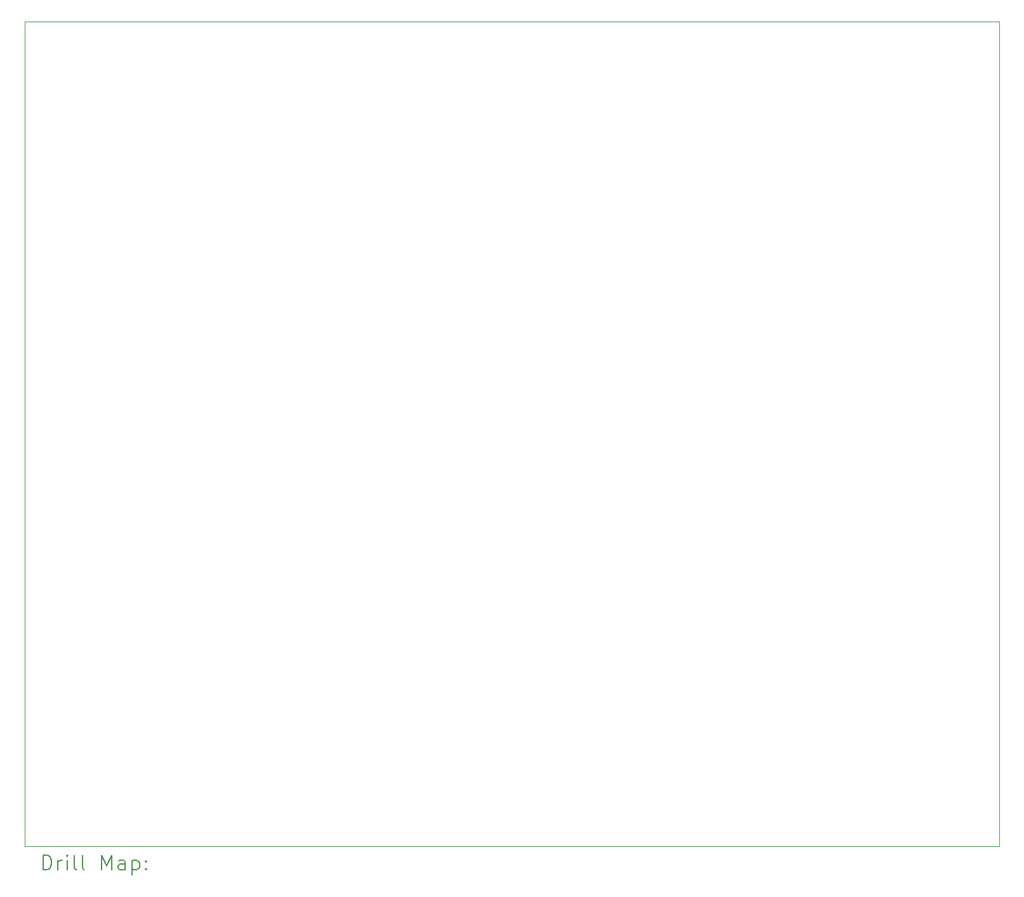
<source format=gbr>
%TF.GenerationSoftware,KiCad,Pcbnew,7.0.2*%
%TF.CreationDate,2023-05-21T20:01:30+03:00*%
%TF.ProjectId,DewController-V1.0,44657743-6f6e-4747-926f-6c6c65722d56,rev?*%
%TF.SameCoordinates,Original*%
%TF.FileFunction,Drillmap*%
%TF.FilePolarity,Positive*%
%FSLAX45Y45*%
G04 Gerber Fmt 4.5, Leading zero omitted, Abs format (unit mm)*
G04 Created by KiCad (PCBNEW 7.0.2) date 2023-05-21 20:01:30*
%MOMM*%
%LPD*%
G01*
G04 APERTURE LIST*
%ADD10C,0.050000*%
%ADD11C,0.200000*%
G04 APERTURE END LIST*
D10*
X1524000Y-1524000D02*
X14524000Y-1524000D01*
X14524000Y-12524000D01*
X1524000Y-12524000D01*
X1524000Y-1524000D01*
D11*
X1769119Y-12839024D02*
X1769119Y-12639024D01*
X1769119Y-12639024D02*
X1816738Y-12639024D01*
X1816738Y-12639024D02*
X1845309Y-12648548D01*
X1845309Y-12648548D02*
X1864357Y-12667595D01*
X1864357Y-12667595D02*
X1873881Y-12686643D01*
X1873881Y-12686643D02*
X1883405Y-12724738D01*
X1883405Y-12724738D02*
X1883405Y-12753309D01*
X1883405Y-12753309D02*
X1873881Y-12791405D01*
X1873881Y-12791405D02*
X1864357Y-12810452D01*
X1864357Y-12810452D02*
X1845309Y-12829500D01*
X1845309Y-12829500D02*
X1816738Y-12839024D01*
X1816738Y-12839024D02*
X1769119Y-12839024D01*
X1969119Y-12839024D02*
X1969119Y-12705690D01*
X1969119Y-12743786D02*
X1978643Y-12724738D01*
X1978643Y-12724738D02*
X1988167Y-12715214D01*
X1988167Y-12715214D02*
X2007214Y-12705690D01*
X2007214Y-12705690D02*
X2026262Y-12705690D01*
X2092928Y-12839024D02*
X2092928Y-12705690D01*
X2092928Y-12639024D02*
X2083405Y-12648548D01*
X2083405Y-12648548D02*
X2092928Y-12658071D01*
X2092928Y-12658071D02*
X2102452Y-12648548D01*
X2102452Y-12648548D02*
X2092928Y-12639024D01*
X2092928Y-12639024D02*
X2092928Y-12658071D01*
X2216738Y-12839024D02*
X2197690Y-12829500D01*
X2197690Y-12829500D02*
X2188167Y-12810452D01*
X2188167Y-12810452D02*
X2188167Y-12639024D01*
X2321500Y-12839024D02*
X2302452Y-12829500D01*
X2302452Y-12829500D02*
X2292929Y-12810452D01*
X2292929Y-12810452D02*
X2292929Y-12639024D01*
X2550071Y-12839024D02*
X2550071Y-12639024D01*
X2550071Y-12639024D02*
X2616738Y-12781881D01*
X2616738Y-12781881D02*
X2683405Y-12639024D01*
X2683405Y-12639024D02*
X2683405Y-12839024D01*
X2864357Y-12839024D02*
X2864357Y-12734262D01*
X2864357Y-12734262D02*
X2854833Y-12715214D01*
X2854833Y-12715214D02*
X2835786Y-12705690D01*
X2835786Y-12705690D02*
X2797690Y-12705690D01*
X2797690Y-12705690D02*
X2778643Y-12715214D01*
X2864357Y-12829500D02*
X2845309Y-12839024D01*
X2845309Y-12839024D02*
X2797690Y-12839024D01*
X2797690Y-12839024D02*
X2778643Y-12829500D01*
X2778643Y-12829500D02*
X2769119Y-12810452D01*
X2769119Y-12810452D02*
X2769119Y-12791405D01*
X2769119Y-12791405D02*
X2778643Y-12772357D01*
X2778643Y-12772357D02*
X2797690Y-12762833D01*
X2797690Y-12762833D02*
X2845309Y-12762833D01*
X2845309Y-12762833D02*
X2864357Y-12753309D01*
X2959595Y-12705690D02*
X2959595Y-12905690D01*
X2959595Y-12715214D02*
X2978643Y-12705690D01*
X2978643Y-12705690D02*
X3016738Y-12705690D01*
X3016738Y-12705690D02*
X3035786Y-12715214D01*
X3035786Y-12715214D02*
X3045309Y-12724738D01*
X3045309Y-12724738D02*
X3054833Y-12743786D01*
X3054833Y-12743786D02*
X3054833Y-12800928D01*
X3054833Y-12800928D02*
X3045309Y-12819976D01*
X3045309Y-12819976D02*
X3035786Y-12829500D01*
X3035786Y-12829500D02*
X3016738Y-12839024D01*
X3016738Y-12839024D02*
X2978643Y-12839024D01*
X2978643Y-12839024D02*
X2959595Y-12829500D01*
X3140548Y-12819976D02*
X3150071Y-12829500D01*
X3150071Y-12829500D02*
X3140548Y-12839024D01*
X3140548Y-12839024D02*
X3131024Y-12829500D01*
X3131024Y-12829500D02*
X3140548Y-12819976D01*
X3140548Y-12819976D02*
X3140548Y-12839024D01*
X3140548Y-12715214D02*
X3150071Y-12724738D01*
X3150071Y-12724738D02*
X3140548Y-12734262D01*
X3140548Y-12734262D02*
X3131024Y-12724738D01*
X3131024Y-12724738D02*
X3140548Y-12715214D01*
X3140548Y-12715214D02*
X3140548Y-12734262D01*
M02*

</source>
